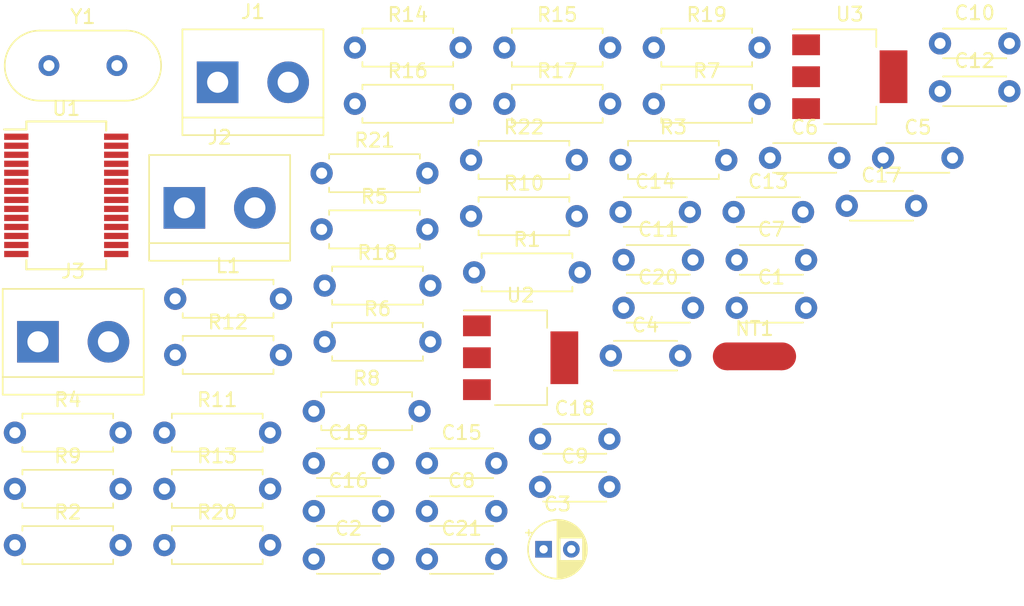
<source format=kicad_pcb>
(kicad_pcb (version 20211014) (generator pcbnew)
  (layers (0 "F.Cu" signal) (31 "B.Cu" signal) (34 "B.Paste" user) (35 "F.Paste" user) (36 "B.SilkS" user "B.Silkscreen") (37 "F.SilkS" user "F.Silkscreen") (38 "B.Mask" user) (39 "F.Mask" user) (44 "Edge.Cuts" user))
  (net 0 "")
  (net 1 "V_{IN}")
  (net 2 "GNDA")
  (net 3 "Net-(C2-Pad1)")
  (net 4 "Net-(C4-Pad1)")
  (net 5 "Net-(C5-Pad2)")
  (net 6 "Net-(C6-Pad1)")
  (net 7 "Net-(C7-Pad2)")
  (net 8 "Net-(C8-Pad1)")
  (net 9 "Net-(C9-Pad2)")
  (net 10 "AV_{DD}")
  (net 11 "CH_{0+}")
  (net 12 "CH_{0-}")
  (net 13 "CH_{1+}")
  (net 14 "CH_{1-}")
  (net 15 "CH_{2+}")
  (net 16 "CH_{2-}")
  (net 17 "GNDD")
  (net 18 "DV_{DD}")
  (net 19 "Net-(U1-Pad14)")
  (net 20 "Net-(U1-Pad21)")
  (net 21 "Net-(U1-Pad22)")
  (net 22 "Net-(J1-Pad1)")
  (net 23 "Net-(J1-Pad2)")
  (net 24 "Net-(J2-Pad1)")
  (net 25 "Net-(J2-Pad2)")
  (net 26 "Net-(J3-Pad1)")
  (net 27 "Net-(J3-Pad2)")
  (net 28 "Net-(U1-Pad26)")
  (net 29 "MOSI")
  (net 30 "Net-(U1-Pad25)")
  (net 31 "MISO")
  (net 32 "Net-(U1-Pad24)")
  (net 33 "SCK")
  (net 34 "Net-(U1-Pad23)")
  (net 35 "CS")
  (footprint "Capacitor_THT:C_Disc_D4.3mm_W1.9mm_P5.00mm" (layer "F.Cu") (at 155.25 81.55)
    (fp_text reference "C17" (at 2.5 -2.2) (layer "F.SilkS"))
    (fp_text value "1u")
    (pad "1" thru_hole circle (at 0 0) (size 1.6 1.6) (drill 0.8) (layers *.Cu *.Mask) (net 1 "V_{IN}"))
    (pad "2" thru_hole circle (at 5 0) (size 1.6 1.6) (drill 0.8) (layers *.Cu *.Mask) (net 17 "GNDD"))
  )
  (footprint "Resistor_THT:R_Axial_DIN0207_L6.3mm_D2.5mm_P7.62mm_Horizontal" (layer "F.Cu") (at 130.58 70.15)
    (fp_text reference "R15" (at 3.81 -2.37) (layer "F.SilkS"))
    (fp_text value "1k")
    (pad "1" thru_hole circle (at 0 0) (size 1.6 1.6) (drill 0.8) (layers *.Cu *.Mask) (net 6 "Net-(C6-Pad1)"))
    (pad "2" thru_hole oval (at 7.62 0) (size 1.6 1.6) (drill 0.8) (layers *.Cu *.Mask) (net 13 "CH_{1+}"))
  )
  (footprint "Resistor_THT:R_Axial_DIN0207_L6.3mm_D2.5mm_P7.62mm_Horizontal" (layer "F.Cu") (at 117.63 87.3)
    (fp_text reference "R18" (at 3.81 -2.37) (layer "F.SilkS"))
    (fp_text value "1k")
    (pad "1" thru_hole circle (at 0 0) (size 1.6 1.6) (drill 0.8) (layers *.Cu *.Mask) (net 9 "Net-(C9-Pad2)"))
    (pad "2" thru_hole oval (at 7.62 0) (size 1.6 1.6) (drill 0.8) (layers *.Cu *.Mask) (net 16 "CH_{2-}"))
  )
  (footprint "Capacitor_THT:C_Disc_D4.3mm_W1.9mm_P5.00mm" (layer "F.Cu") (at 116.85 107)
    (fp_text reference "C2" (at 2.5 -2.2) (layer "F.SilkS"))
    (fp_text value "0.1u")
    (pad "1" thru_hole circle (at 0 0) (size 1.6 1.6) (drill 0.8) (layers *.Cu *.Mask) (net 3 "Net-(C2-Pad1)"))
    (pad "2" thru_hole circle (at 5 0) (size 1.6 1.6) (drill 0.8) (layers *.Cu *.Mask) (net 2 "GNDA"))
  )
  (footprint "Capacitor_THT:CP_Radial_D4.0mm_P2.00mm" (layer "F.Cu") (at 133.404801 106.3)
    (fp_text reference "C3" (at 1 -3.25) (layer "F.SilkS"))
    (fp_text value "10u")
    (pad "1" thru_hole rect (at 0 0) (size 1.2 1.2) (drill 0.6) (layers *.Cu *.Mask) (net 3 "Net-(C2-Pad1)"))
    (pad "2" thru_hole circle (at 2 0) (size 1.2 1.2) (drill 0.6) (layers *.Cu *.Mask) (net 2 "GNDA"))
  )
  (footprint "Capacitor_THT:C_Disc_D4.3mm_W1.9mm_P5.00mm" (layer "F.Cu") (at 147.32 88.9)
    (fp_text reference "C1" (at 2.5 -2.2) (layer "F.SilkS"))
    (fp_text value "1u")
    (pad "1" thru_hole circle (at 0 0) (size 1.6 1.6) (drill 0.8) (layers *.Cu *.Mask) (net 1 "V_{IN}"))
    (pad "2" thru_hole circle (at 5 0) (size 1.6 1.6) (drill 0.8) (layers *.Cu *.Mask) (net 2 "GNDA"))
  )
  (footprint "TerminalBlock:TerminalBlock_bornier-2_P5.08mm" (layer "F.Cu") (at 96.97 91.35)
    (fp_text reference "J3" (at 2.54 -5.08) (layer "F.SilkS"))
    (fp_text value "CH2")
    (pad "1" thru_hole rect (at 0 0) (size 3 3) (drill 1.52) (layers *.Cu *.Mask) (net 26 "Net-(J3-Pad1)"))
    (pad "2" thru_hole circle (at 5.08 0) (size 3 3) (drill 1.52) (layers *.Cu *.Mask) (net 27 "Net-(J3-Pad2)"))
  )
  (footprint "Resistor_THT:R_Axial_DIN0207_L6.3mm_D2.5mm_P7.62mm_Horizontal" (layer "F.Cu") (at 119.81 70.15)
    (fp_text reference "R14" (at 3.81 -2.37) (layer "F.SilkS"))
    (fp_text value "1k")
    (pad "1" thru_hole circle (at 0 0) (size 1.6 1.6) (drill 0.8) (layers *.Cu *.Mask) (net 5 "Net-(C5-Pad2)"))
    (pad "2" thru_hole oval (at 7.62 0) (size 1.6 1.6) (drill 0.8) (layers *.Cu *.Mask) (net 12 "CH_{0-}"))
  )
  (footprint "Capacitor_THT:C_Disc_D4.3mm_W1.9mm_P5.00mm" (layer "F.Cu") (at 147.1 82)
    (fp_text reference "C13" (at 2.5 -2.2) (layer "F.SilkS"))
    (fp_text value "0.1u")
    (pad "1" thru_hole circle (at 0 0) (size 1.6 1.6) (drill 0.8) (layers *.Cu *.Mask) (net 13 "CH_{1+}"))
    (pad "2" thru_hole circle (at 5 0) (size 1.6 1.6) (drill 0.8) (layers *.Cu *.Mask) (net 2 "GNDA"))
  )
  (footprint "Resistor_THT:R_Axial_DIN0207_L6.3mm_D2.5mm_P7.62mm_Horizontal" (layer "F.Cu") (at 130.58 74.2)
    (fp_text reference "R17" (at 3.81 -2.37) (layer "F.SilkS"))
    (fp_text value "1k")
    (pad "1" thru_hole circle (at 0 0) (size 1.6 1.6) (drill 0.8) (layers *.Cu *.Mask) (net 8 "Net-(C8-Pad1)"))
    (pad "2" thru_hole oval (at 7.62 0) (size 1.6 1.6) (drill 0.8) (layers *.Cu *.Mask) (net 15 "CH_{2+}"))
  )
  (footprint "Capacitor_THT:C_Disc_D4.3mm_W1.9mm_P5.00mm" (layer "F.Cu") (at 133.15 101.8)
    (fp_text reference "C9" (at 2.5 -2.2) (layer "F.SilkS"))
    (fp_text value "0.1u")
    (pad "1" thru_hole circle (at 0 0) (size 1.6 1.6) (drill 0.8) (layers *.Cu *.Mask) (net 2 "GNDA"))
    (pad "2" thru_hole circle (at 5 0) (size 1.6 1.6) (drill 0.8) (layers *.Cu *.Mask) (net 9 "Net-(C9-Pad2)"))
  )
  (footprint "Resistor_THT:R_Axial_DIN0207_L6.3mm_D2.5mm_P7.62mm_Horizontal" (layer "F.Cu") (at 128.18 78.25)
    (fp_text reference "R22" (at 3.81 -2.37) (layer "F.SilkS"))
    (fp_text value "10")
    (pad "1" thru_hole circle (at 0 0) (size 1.6 1.6) (drill 0.8) (layers *.Cu *.Mask) (net 34 "Net-(U1-Pad23)"))
    (pad "2" thru_hole oval (at 7.62 0) (size 1.6 1.6) (drill 0.8) (layers *.Cu *.Mask) (net 35 "CS"))
  )
  (footprint "Resistor_THT:R_Axial_DIN0207_L6.3mm_D2.5mm_P7.62mm_Horizontal" (layer "F.Cu") (at 141.35 70.15)
    (fp_text reference "R19" (at 3.81 -2.37) (layer "F.SilkS"))
    (fp_text value "10")
    (pad "1" thru_hole circle (at 0 0) (size 1.6 1.6) (drill 0.8) (layers *.Cu *.Mask) (net 28 "Net-(U1-Pad26)"))
    (pad "2" thru_hole oval (at 7.62 0) (size 1.6 1.6) (drill 0.8) (layers *.Cu *.Mask) (net 29 "MOSI"))
  )
  (footprint "Capacitor_THT:C_Disc_D4.3mm_W1.9mm_P5.00mm" (layer "F.Cu") (at 133.15 98.35)
    (fp_text reference "C18" (at 2.5 -2.2) (layer "F.SilkS"))
    (fp_text value "0.1u")
    (pad "1" thru_hole circle (at 0 0) (size 1.6 1.6) (drill 0.8) (layers *.Cu *.Mask) (net 18 "DV_{DD}"))
    (pad "2" thru_hole circle (at 5 0) (size 1.6 1.6) (drill 0.8) (layers *.Cu *.Mask) (net 17 "GNDD"))
  )
  (footprint "Resistor_THT:R_Axial_DIN0207_L6.3mm_D2.5mm_P7.62mm_Horizontal" (layer "F.Cu") (at 106.86 88.25)
    (fp_text reference "L1" (at 3.81 -2.37) (layer "F.SilkS"))
    (fp_text value "CHOKE")
    (pad "1" thru_hole circle (at 0 0) (size 1.6 1.6) (drill 0.8) (layers *.Cu *.Mask) (net 3 "Net-(C2-Pad1)"))
    (pad "2" thru_hole oval (at 7.62 0) (size 1.6 1.6) (drill 0.8) (layers *.Cu *.Mask) (net 10 "AV_{DD}"))
  )
  (footprint "Crystal:Crystal_HC18-U_Vertical" (layer "F.Cu") (at 97.76 71.45)
    (fp_text reference "Y1" (at 2.45 -3.525) (layer "F.SilkS"))
    (fp_text value "Crystal_Small")
    (pad "1" thru_hole circle (at 0 0) (size 1.5 1.5) (drill 0.8) (layers *.Cu *.Mask) (net 21 "Net-(U1-Pad22)"))
    (pad "2" thru_hole circle (at 4.9 0) (size 1.5 1.5) (drill 0.8) (layers *.Cu *.Mask) (net 20 "Net-(U1-Pad21)"))
  )
  (footprint "Package_TO_SOT_SMD:SOT-223-3_TabPin2" (layer "F.Cu") (at 155.47 72.25)
    (fp_text reference "U3" (at 0 -4.5) (layer "F.SilkS"))
    (fp_text value "LM1117-3.3")
    (pad "1" smd rect (at -3.15 -2.3) (size 2 1.5) (layers "F.Cu" "F.Paste" "F.Mask") (net 17 "GNDD"))
    (pad "2" smd rect (at 3.15 0) (size 2 3.8) (layers "F.Cu" "F.Paste" "F.Mask") (net 18 "DV_{DD}"))
    (pad "2" smd rect (at -3.15 0) (size 2 1.5) (layers "F.Cu" "F.Paste" "F.Mask") (net 18 "DV_{DD}"))
    (pad "3" smd rect (at -3.15 2.3) (size 2 1.5) (layers "F.Cu" "F.Paste" "F.Mask") (net 1 "V_{IN}"))
  )
  (footprint "Resistor_THT:R_Axial_DIN0207_L6.3mm_D2.5mm_P7.62mm_Horizontal" (layer "F.Cu") (at 128.4 86.35)
    (fp_text reference "R1" (at 3.81 -2.37) (layer "F.SilkS"))
    (fp_text value "1k")
    (pad "1" thru_hole circle (at 0 0) (size 1.6 1.6) (drill 0.8) (layers *.Cu *.Mask) (net 23 "Net-(J1-Pad2)"))
    (pad "2" thru_hole oval (at 7.62 0) (size 1.6 1.6) (drill 0.8) (layers *.Cu *.Mask) (net 2 "GNDA"))
  )
  (footprint "Capacitor_THT:C_Disc_D4.3mm_W1.9mm_P5.00mm" (layer "F.Cu") (at 147.32 85.45)
    (fp_text reference "C7" (at 2.5 -2.2) (layer "F.SilkS"))
    (fp_text value "0.1u")
    (pad "1" thru_hole circle (at 0 0) (size 1.6 1.6) (drill 0.8) (layers *.Cu *.Mask) (net 2 "GNDA"))
    (pad "2" thru_hole circle (at 5 0) (size 1.6 1.6) (drill 0.8) (layers *.Cu *.Mask) (net 7 "Net-(C7-Pad2)"))
  )
  (footprint "Resistor_THT:R_Axial_DIN0207_L6.3mm_D2.5mm_P7.62mm_Horizontal" (layer "F.Cu") (at 117.41 83.25)
    (fp_text reference "R5" (at 3.81 -2.37) (layer "F.SilkS"))
    (fp_text value "1k")
    (pad "1" thru_hole circle (at 0 0) (size 1.6 1.6) (drill 0.8) (layers *.Cu *.Mask) (net 27 "Net-(J3-Pad2)"))
    (pad "2" thru_hole oval (at 7.62 0) (size 1.6 1.6) (drill 0.8) (layers *.Cu *.Mask) (net 2 "GNDA"))
  )
  (footprint "Capacitor_THT:C_Disc_D4.3mm_W1.9mm_P5.00mm" (layer "F.Cu") (at 161.97 73.3)
    (fp_text reference "C12" (at 2.5 -2.2) (layer "F.SilkS"))
    (fp_text value "0.1u")
    (pad "1" thru_hole circle (at 0 0) (size 1.6 1.6) (drill 0.8) (layers *.Cu *.Mask) (net 2 "GNDA"))
    (pad "2" thru_hole circle (at 5 0) (size 1.6 1.6) (drill 0.8) (layers *.Cu *.Mask) (net 12 "CH_{0-}"))
  )
  (footprint "Resistor_THT:R_Axial_DIN0207_L6.3mm_D2.5mm_P7.62mm_Horizontal" (layer "F.Cu") (at 141.35 74.2)
    (fp_text reference "R7" (at 3.81 -2.37) (layer "F.SilkS"))
    (fp_text value "100")
    (pad "1" thru_hole circle (at 0 0) (size 1.6 1.6) (drill 0.8) (layers *.Cu *.Mask) (net 23 "Net-(J1-Pad2)"))
    (pad "2" thru_hole oval (at 7.62 0) (size 1.6 1.6) (drill 0.8) (layers *.Cu *.Mask) (net 4 "Net-(C4-Pad1)"))
  )
  (footprint "Capacitor_THT:C_Disc_D4.3mm_W1.9mm_P5.00mm" (layer "F.Cu") (at 139.17 85.45)
    (fp_text reference "C11" (at 2.5 -2.2) (layer "F.SilkS"))
    (fp_text value "0.1u")
    (pad "1" thru_hole circle (at 0 0) (size 1.6 1.6) (drill 0.8) (layers *.Cu *.Mask) (net 11 "CH_{0+}"))
    (pad "2" thru_hole circle (at 5 0) (size 1.6 1.6) (drill 0.8) (layers *.Cu *.Mask) (net 2 "GNDA"))
  )
  (footprint "Capacitor_THT:C_Disc_D4.3mm_W1.9mm_P5.00mm" (layer "F.Cu") (at 125 107)
    (fp_text reference "C21" (at 2.5 -2.2) (layer "F.SilkS"))
    (fp_text value "18p")
    (pad "1" thru_hole circle (at 0 0) (size 1.6 1.6) (drill 0.8) (layers *.Cu *.Mask) (net 21 "Net-(U1-Pad22)"))
    (pad "2" thru_hole circle (at 5 0) (size 1.6 1.6) (drill 0.8) (layers *.Cu *.Mask) (net 17 "GNDD"))
  )
  (footprint "Resistor_THT:R_Axial_DIN0207_L6.3mm_D2.5mm_P7.62mm_Horizontal" (layer "F.Cu") (at 106.08 101.95)
    (fp_text reference "R13" (at 3.81 -2.37) (layer "F.SilkS"))
    (fp_text value "1k")
    (pad "1" thru_hole circle (at 0 0) (size 1.6 1.6) (drill 0.8) (layers *.Cu *.Mask) (net 4 "Net-(C4-Pad1)"))
    (pad "2" thru_hole oval (at 7.62 0) (size 1.6 1.6) (drill 0.8) (layers *.Cu *.Mask) (net 11 "CH_{0+}"))
  )
  (footprint "Resistor_THT:R_Axial_DIN0207_L6.3mm_D2.5mm_P7.62mm_Horizontal" (layer "F.Cu") (at 106.08 106)
    (fp_text reference "R20" (at 3.81 -2.37) (layer "F.SilkS"))
    (fp_text value "10")
    (pad "1" thru_hole circle (at 0 0) (size 1.6 1.6) (drill 0.8) (layers *.Cu *.Mask) (net 30 "Net-(U1-Pad25)"))
    (pad "2" thru_hole oval (at 7.62 0) (size 1.6 1.6) (drill 0.8) (layers *.Cu *.Mask) (net 31 "MISO"))
  )
  (footprint "Capacitor_THT:C_Disc_D4.3mm_W1.9mm_P5.00mm" (layer "F.Cu") (at 116.85 100.1)
    (fp_text reference "C19" (at 2.5 -2.2) (layer "F.SilkS"))
    (fp_text value "0.1u")
    (pad "1" thru_hole circle (at 0 0) (size 1.6 1.6) (drill 0.8) (layers *.Cu *.Mask) (net 19 "Net-(U1-Pad14)"))
    (pad "2" thru_hole circle (at 5 0) (size 1.6 1.6) (drill 0.8) (layers *.Cu *.Mask) (net 2 "GNDA"))
  )
  (footprint "Resistor_THT:R_Axial_DIN0207_L6.3mm_D2.5mm_P7.62mm_Horizontal" (layer "F.Cu") (at 128.18 82.3)
    (fp_text reference "R10" (at 3.81 -2.37) (layer "F.SilkS"))
    (fp_text value "100")
    (pad "1" thru_hole circle (at 0 0) (size 1.6 1.6) (drill 0.8) (layers *.Cu *.Mask) (net 24 "Net-(J2-Pad1)"))
    (pad "2" thru_hole oval (at 7.62 0) (size 1.6 1.6) (drill 0.8) (layers *.Cu *.Mask) (net 7 "Net-(C7-Pad2)"))
  )
  (footprint "Resistor_THT:R_Axial_DIN0207_L6.3mm_D2.5mm_P7.62mm_Horizontal" (layer "F.Cu") (at 116.85 96.35)
    (fp_text reference "R8" (at 3.81 -2.37) (layer "F.SilkS"))
    (fp_text value "100")
    (pad "1" thru_hole circle (at 0 0) (size 1.6 1.6) (drill 0.8) (layers *.Cu *.Mask) (net 22 "Net-(J1-Pad1)"))
    (pad "2" thru_hole oval (at 7.62 0) (size 1.6 1.6) (drill 0.8) (layers *.Cu *.Mask) (net 5 "Net-(C5-Pad2)"))
  )
  (footprint "Capacitor_THT:C_Disc_D4.3mm_W1.9mm_P5.00mm" (layer "F.Cu") (at 149.72 78.1)
    (fp_text reference "C6" (at 2.5 -2.2) (layer "F.SilkS"))
    (fp_text value "0.1u")
    (pad "1" thru_hole circle (at 0 0) (size 1.6 1.6) (drill 0.8) (layers *.Cu *.Mask) (net 6 "Net-(C6-Pad1)"))
    (pad "2" thru_hole circle (at 5 0) (size 1.6 1.6) (drill 0.8) (layers *.Cu *.Mask) (net 2 "GNDA"))
  )
  (footprint "Resistor_THT:R_Axial_DIN0207_L6.3mm_D2.5mm_P7.62mm_Horizontal" (layer "F.Cu") (at 117.41 79.2)
    (fp_text reference "R21" (at 3.81 -2.37) (layer "F.SilkS"))
    (fp_text value "10")
    (pad "1" thru_hole circle (at 0 0) (size 1.6 1.6) (drill 0.8) (layers *.Cu *.Mask) (net 32 "Net-(U1-Pad24)"))
    (pad "2" thru_hole oval (at 7.62 0) (size 1.6 1.6) (drill 0.8) (layers *.Cu *.Mask) (net 33 "SCK"))
  )
  (footprint "Resistor_THT:R_Axial_DIN0207_L6.3mm_D2.5mm_P7.62mm_Horizontal" (layer "F.Cu") (at 117.63 91.35)
    (fp_text reference "R6" (at 3.81 -2.37) (layer "F.SilkS"))
    (fp_text value "1k")
    (pad "1" thru_hole circle (at 0 0) (size 1.6 1.6) (drill 0.8) (layers *.Cu *.Mask) (net 2 "GNDA"))
    (pad "2" thru_hole oval (at 7.62 0) (size 1.6 1.6) (drill 0.8) (layers *.Cu *.Mask) (net 26 "Net-(J3-Pad1)"))
  )
  (footprint "Resistor_THT:R_Axial_DIN0207_L6.3mm_D2.5mm_P7.62mm_Horizontal" (layer "F.Cu") (at 106.08 97.9)
    (fp_text reference "R11" (at 3.81 -2.37) (layer "F.SilkS"))
    (fp_text value "100")
    (pad "1" thru_hole circle (at 0 0) (size 1.6 1.6) (drill 0.8) (layers *.Cu *.Mask) (net 27 "Net-(J3-Pad2)"))
    (pad "2" thru_hole oval (at 7.62 0) (size 1.6 1.6) (drill 0.8) (layers *.Cu *.Mask) (net 8 "Net-(C8-Pad1)"))
  )
  (footprint "Resistor_THT:R_Axial_DIN0207_L6.3mm_D2.5mm_P7.62mm_Horizontal" (layer "F.Cu") (at 95.31 106)
    (fp_text reference "R2" (at 3.81 -2.37) (layer "F.SilkS"))
    (fp_text value "1k")
    (pad "1" thru_hole circle (at 0 0) (size 1.6 1.6) (drill 0.8) (layers *.Cu *.Mask) (net 2 "GNDA"))
    (pad "2" thru_hole oval (at 7.62 0) (size 1.6 1.6) (drill 0.8) (layers *.Cu *.Mask) (net 22 "Net-(J1-Pad1)"))
  )
  (footprint "Capacitor_THT:C_Disc_D4.3mm_W1.9mm_P5.00mm" (layer "F.Cu") (at 157.87 78.1)
    (fp_text reference "C5" (at 2.5 -2.2) (layer "F.SilkS"))
    (fp_text value "0.1u")
    (pad "1" thru_hole circle (at 0 0) (size 1.6 1.6) (drill 0.8) (layers *.Cu *.Mask) (net 2 "GNDA"))
    (pad "2" thru_hole circle (at 5 0) (size 1.6 1.6) (drill 0.8) (layers *.Cu *.Mask) (net 5 "Net-(C5-Pad2)"))
  )
  (footprint "Resistor_THT:R_Axial_DIN0207_L6.3mm_D2.5mm_P7.62mm_Horizontal" (layer "F.Cu") (at 95.31 101.95)
    (fp_text reference "R9" (at 3.81 -2.37) (layer "F.SilkS"))
    (fp_text value "100")
    (pad "1" thru_hole circle (at 0 0) (size 1.6 1.6) (drill 0.8) (layers *.Cu *.Mask) (net 25 "Net-(J2-Pad2)"))
    (pad "2" thru_hole oval (at 7.62 0) (size 1.6 1.6) (drill 0.8) (layers *.Cu *.Mask) (net 6 "Net-(C6-Pad1)"))
  )
  (footprint "Resistor_THT:R_Axial_DIN0207_L6.3mm_D2.5mm_P7.62mm_Horizontal" (layer "F.Cu") (at 95.31 97.9)
    (fp_text reference "R4" (at 3.81 -2.37) (layer "F.SilkS"))
    (fp_text value "1k")
    (pad "1" thru_hole circle (at 0 0) (size 1.6 1.6) (drill 0.8) (layers *.Cu *.Mask) (net 2 "GNDA"))
    (pad "2" thru_hole oval (at 7.62 0) (size 1.6 1.6) (drill 0.8) (layers *.Cu *.Mask) (net 24 "Net-(J2-Pad1)"))
  )
  (footprint "Capacitor_THT:C_Disc_D4.3mm_W1.9mm_P5.00mm" (layer "F.Cu") (at 161.97 69.85)
    (fp_text reference "C10" (at 2.5 -2.2) (layer "F.SilkS"))
    (fp_text value "0.1u")
    (pad "1" thru_hole circle (at 0 0) (size 1.6 1.6) (drill 0.8) (layers *.Cu *.Mask) (net 10 "AV_{DD}"))
    (pad "2" thru_hole circle (at 5 0) (size 1.6 1.6) (drill 0.8) (layers *.Cu *.Mask) (net 2 "GNDA"))
  )
  (footprint "Capacitor_THT:C_Disc_D4.3mm_W1.9mm_P5.00mm" (layer "F.Cu") (at 125 103.55)
    (fp_text reference "C8" (at 2.5 -2.2) (layer "F.SilkS"))
    (fp_text value "0.1u")
    (pad "1" thru_hole circle (at 0 0) (size 1.6 1.6) (drill 0.8) (layers *.Cu *.Mask) (net 8 "Net-(C8-Pad1)"))
    (pad "2" thru_hole circle (at 5 0) (size 1.6 1.6) (drill 0.8) (layers *.Cu *.Mask) (net 2 "GNDA"))
  )
  (footprint "Capacitor_THT:C_Disc_D4.3mm_W1.9mm_P5.00mm" (layer "F.Cu") (at 138.25 92.35)
    (fp_text reference "C4" (at 2.5 -2.2) (layer "F.SilkS"))
    (fp_text value "0.1u")
    (pad "1" thru_hole circle (at 0 0) (size 1.6 1.6) (drill 0.8) (layers *.Cu *.Mask) (net 4 "Net-(C4-Pad1)"))
    (pad "2" thru_hole circle (at 5 0) (size 1.6 1.6) (drill 0.8) (layers *.Cu *.Mask) (net 2 "GNDA"))
  )
  (footprint "TerminalBlock:TerminalBlock_bornier-2_P5.08mm" (layer "F.Cu") (at 109.92 72.65)
    (fp_text reference "J1" (at 2.54 -5.08) (layer "F.SilkS"))
    (fp_text value "CH0")
    (pad "1" thru_hole rect (at 0 0) (size 3 3) (drill 1.52) (layers *.Cu *.Mask) (net 22 "Net-(J1-Pad1)"))
    (pad "2" thru_hole circle (at 5.08 0) (size 3 3) (drill 1.52) (layers *.Cu *.Mask) (net 23 "Net-(J1-Pad2)"))
  )
  (footprint "Capacitor_THT:C_Disc_D4.3mm_W1.9mm_P5.00mm" (layer "F.Cu") (at 138.95 82)
    (fp_text reference "C14" (at 2.5 -2.2) (layer "F.SilkS"))
    (fp_text value "0.1u")
    (pad "1" thru_hole circle (at 0 0) (size 1.6 1.6) (drill 0.8) (layers *.Cu *.Mask) (net 2 "GNDA"))
    (pad "2" thru_hole circle (at 5 0) (size 1.6 1.6) (drill 0.8) (layers *.Cu *.Mask) (net 14 "CH_{1-}"))
  )
  (footprint "Capacitor_THT:C_Disc_D4.3mm_W1.9mm_P5.00mm" (layer "F.Cu") (at 116.85 103.55)
    (fp_text reference "C16" (at 2.5 -2.2) (layer "F.SilkS"))
    (fp_text value "0.1u")
    (pad "1" thru_hole circle (at 0 0) (size 1.6 1.6) (drill 0.8) (layers *.Cu *.Mask) (net 2 "GNDA"))
    (pad "2" thru_hole circle (at 5 0) (size 1.6 1.6) (drill 0.8) (layers *.Cu *.Mask) (net 16 "CH_{2-}"))
  )
  (footprint "Resistor_THT:R_Axial_DIN0207_L6.3mm_D2.5mm_P7.62mm_Horizontal" (layer "F.Cu") (at 138.95 78.25)
    (fp_text reference "R3" (at 3.81 -2.37) (layer "F.SilkS"))
    (fp_text value "1k")
    (pad "1" thru_hole circle (at 0 0) (size 1.6 1.6) (drill 0.8) (layers *.Cu *.Mask) (net 25 "Net-(J2-Pad2)"))
    (pad "2" thru_hole oval (at 7.62 0) (size 1.6 1.6) (drill 0.8) (layers *.Cu *.Mask) (net 2 "GNDA"))
  )
  (footprint "Capacitor_THT:C_Disc_D4.3mm_W1.9mm_P5.00mm" (layer "F.Cu") (at 125 100.1)
    (fp_text reference "C15" (at 2.5 -2.2) (layer "F.SilkS"))
    (fp_text value "0.1u")
    (pad "1" thru_hole circle (at 0 0) (size 1.6 1.6) (drill 0.8) (layers *.Cu *.Mask) (net 15 "CH_{2+}"))
    (pad "2" thru_hole circle (at 5 0) (size 1.6 1.6) (drill 0.8) (layers *.Cu *.Mask) (net 2 "GNDA"))
  )
  (footprint "Package_SO:SSOP-28_5.3x10.2mm_P0.65mm" (layer "F.Cu") (at 99.01 80.8)
    (fp_text reference "U1" (at 0 -6.25) (layer "F.SilkS"))
    (fp_text value "MCP3919")
    (pad "1" smd rect (at -3.6 -4.225) (size 1.75 0.45) (layers "F.Cu" "F.Paste" "F.Mask") (net 10 "AV_{DD}"))
    (pad "2" smd rect (at -3.6 -3.575) (size 1.75 0.45) (layers "F.Cu" "F.Paste" "F.Mask") (net 11 "CH_{0+}"))
    (pad "3" smd rect (at -3.6 -2.925) (size 1.75 0.45) (layers "F.Cu" "F.Paste" "F.Mask") (net 12 "CH_{0-}"))
    (pad "4" smd rect (at -3.6 -2.275) (size 1.75 0.45) (layers "F.Cu" "F.Paste" "F.Mask") (net 14 "CH_{1-}"))
    (pad "5" smd rect (at -3.6 -1.625) (size 1.75 0.45) (layers "F.Cu" "F.Paste" "F.Mask") (net 13 "CH_{1+}"))
    (pad "6" smd rect (at -3.6 -0.975) (size 1.75 0.45) (layers "F.Cu" "F.Paste" "F.Mask") (net 15 "CH_{2+}"))
    (pad "7" smd rect (at -3.6 -0.325) (size 1.75 0.45) (layers "F.Cu" "F.Paste" "F.Mask") (net 16 "CH_{2-}"))
    (pad "8" smd rect (at -3.6 0.325) (size 1.75 0.45) (layers "F.Cu" "F.Paste" "F.Mask"))
    (pad "9" smd rect (at -3.6 0.975) (size 1.75 0.45) (layers "F.Cu" "F.Paste" "F.Mask"))
    (pad "10" smd rect (at -3.6 1.625) (size 1.75 0.45) (layers "F.Cu" "F.Paste" "F.Mask"))
    (pad "11" smd rect (at -3.6 2.275) (size 1.75 0.45) (layers "F.Cu" "F.Paste" "F.Mask"))
    (pad "12" smd rect (at -3.6 2.925) (size 1.75 0.45) (layers "F.Cu" "F.Paste" "F.Mask"))
    (pad "13" smd rect (at -3.6 3.575) (size 1.75 0.45) (layers "F.Cu" "F.Paste" "F.Mask"))
    (pad "14" smd rect (at -3.6 4.225) (size 1.75 0.45) (layers "F.Cu" "F.Paste" "F.Mask") (net 19 "Net-(U1-Pad14)"))
    (pad "15" smd rect (at 3.6 4.225) (size 1.75 0.45) (layers "F.Cu" "F.Paste" "F.Mask") (net 2 "GNDA"))
    (pad "16" smd rect (at 3.6 3.575) (size 1.75 0.45) (layers "F.Cu" "F.Paste" "F.Mask") (net 2 "GNDA"))
    (pad "17" smd rect (at 3.6 2.925) (size 1.75 0.45) (layers "F.Cu" "F.Paste" "F.Mask") (net 17 "GNDD"))
    (pad "18" smd rect (at 3.6 2.275) (size 1.75 0.45) (layers "F.Cu" "F.Paste" "F.Mask"))
    (pad "19" smd rect (at 3.6 1.625) (size 1.75 0.45) (layers "F.Cu" "F.Paste" "F.Mask"))
    (pad "20" smd rect (at 3.6 0.975) (size 1.75 0.45) (layers "F.Cu" "F.Paste" "F.Mask") (net 17 "GNDD"))
    (pad "21" smd rect (at 3.6 0.325) (size 1.75 0.45) (layers "F.Cu" "F.Paste" "F.Mask") (net 20 "Net-(U1-Pad21)"))
    (pad "22" smd rect (at 3.6 -0.325) (size 1.75 0.45) (layers "F.Cu" "F.Paste" "F.Mask") (net 21 "Net-(U1-Pad22)"))
    (pad "23" smd rect (at 3.6 -0.975) (size 1.75 0.45) (layers "F.Cu" "F.Paste" "F.Mask") (net 34 "Net-(U1-Pad23)"))
    (pad "24" smd rect (at 3.6 -1.625) (size 1.75 0.45) (layers "F.Cu" "F.Paste" "F.Mask") (net 32 "Net-(U1-Pad24)"))
    (pad "25" smd rect (at 3.6 -2.275) (size 1.75 0.45) (layers "F.Cu" "F.Paste" "F.Mask") (net 30 "Net-(U1-Pad25)"))
    (pad "26" smd rect (at 3.6 -2.925) (size 1.75 0.45) (layers "F.Cu" "F.Paste" "F.Mask") (net 28 "Net-(U1-Pad26)"))
    (pad "27" smd rect (at 3.6 -3.575) (size 1.75 0.45) (layers "F.Cu" "F.Paste" "F.Mask"))
    (pad "28" smd rect (at 3.6 -4.225) (size 1.75 0.45) (layers "F.Cu" "F.Paste" "F.Mask"))
  )
  (footprint "Capacitor_THT:C_Disc_D4.3mm_W1.9mm_P5.00mm" (layer "F.Cu") (at 139.17 88.9)
    (fp_text reference "C20" (at 2.5 -2.2) (layer "F.SilkS"))
    (fp_text value "18p")
    (pad "1" thru_hole circle (at 0 0) (size 1.6 1.6) (drill 0.8) (layers *.Cu *.Mask) (net 20 "Net-(U1-Pad21)"))
    (pad "2" thru_hole circle (at 5 0) (size 1.6 1.6) (drill 0.8) (layers *.Cu *.Mask) (net 17 "GNDD"))
  )
  (footprint "Package_TO_SOT_SMD:SOT-223-3_TabPin2" (layer "F.Cu") (at 131.75 92.5)
    (fp_text reference "U2" (at 0 -4.5) (layer "F.SilkS"))
    (fp_text value "LM1117-3.3")
    (pad "1" smd rect (at -3.15 -2.3) (size 2 1.5) (layers "F.Cu" "F.Paste" "F.Mask") (net 2 "GNDA"))
    (pad "2" smd rect (at 3.15 0) (size 2 3.8) (layers "F.Cu" "F.Paste" "F.Mask") (net 3 "Net-(C2-Pad1)"))
    (pad "2" smd rect (at -3.15 0) (size 2 1.5) (layers "F.Cu" "F.Paste" "F.Mask") (net 3 "Net-(C2-Pad1)"))
    (pad "3" smd rect (at -3.15 2.3) (size 2 1.5) (layers "F.Cu" "F.Paste" "F.Mask") (net 1 "V_{IN}"))
  )
  (footprint "NetTie:NetTie-2_SMD_Pad2.0mm" (layer "F.Cu") (at 148.6 92.4)
    (fp_text reference "NT1" (at 0 -2) (layer "F.SilkS"))
    (fp_text value "NetTie_2")
    (fp_poly (pts (xy -2 -1) (xy 2 -1) (xy 2 1) (xy -2 1)) (layer "F.Cu") (width 0) (fill solid))
    (pad "1" smd circle (at -2 0) (size 2 2) (layers "F.Cu") (net 2 "GNDA"))
    (pad "2" smd circle (at 2 0) (size 2 2) (layers "F.Cu") (net 17 "GNDD"))
  )
  (footprint "Resistor_THT:R_Axial_DIN0207_L6.3mm_D2.5mm_P7.62mm_Horizontal" (layer "F.Cu") (at 106.86 92.3)
    (fp_text reference "R12" (at 3.81 -2.37) (layer "F.SilkS"))
    (fp_text value "100")
    (pad "1" thru_hole circle (at 0 0) (size 1.6 1.6) (drill 0.8) (layers *.Cu *.Mask) (net 26 "Net-(J3-Pad1)"))
    (pad "2" thru_hole oval (at 7.62 0) (size 1.6 1.6) (drill 0.8) (layers *.Cu *.Mask) (net 9 "Net-(C9-Pad2)"))
  )
  (footprint "TerminalBlock:TerminalBlock_bornier-2_P5.08mm" (layer "F.Cu") (at 107.52 81.7)
    (fp_text reference "J2" (at 2.54 -5.08) (layer "F.SilkS"))
    (fp_text value "CH1")
    (pad "1" thru_hole rect (at 0 0) (size 3 3) (drill 1.52) (layers *.Cu *.Mask) (net 24 "Net-(J2-Pad1)"))
    (pad "2" thru_hole circle (at 5.08 0) (size 3 3) (drill 1.52) (layers *.Cu *.Mask) (net 25 "Net-(J2-Pad2)"))
  )
  (footprint "Resistor_THT:R_Axial_DIN0207_L6.3mm_D2.5mm_P7.62mm_Horizontal" (layer "F.Cu") (at 119.81 74.2)
    (fp_text reference "R16" (at 3.81 -2.37) (layer "F.SilkS"))
    (fp_text value "1k")
    (pad "1" thru_hole circle (at 0 0) (size 1.6 1.6) (drill 0.8) (layers *.Cu *.Mask) (net 7 "Net-(C7-Pad2)"))
    (pad "2" thru_hole oval (at 7.62 0) (size 1.6 1.6) (drill 0.8) (layers *.Cu *.Mask) (net 14 "CH_{1-}"))
  )
)
</source>
